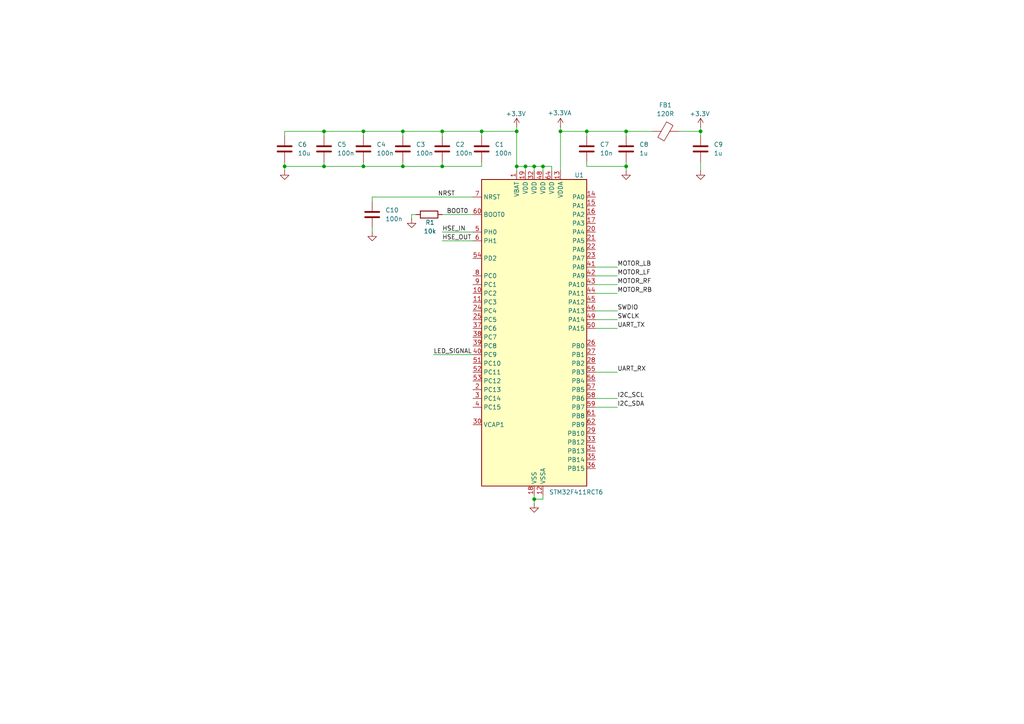
<source format=kicad_sch>
(kicad_sch (version 20250114) (generator "eeschema") (generator_version "9.0")
  (paper "A4")
  (lib_symbols
    (symbol "Device:C" (pin_numbers (hide yes)) (pin_names (offset 0.254))
      (property "Reference" "C" (at 0.635 2.54 0))
      (property "Value" "C" (at 0.635 -2.54 0))
      (symbol "C_0_1"
        (polyline (pts (xy -2.032 0.762) (xy 2.032 0.762)) (stroke (width 0.508)))
        (polyline (pts (xy -2.032 -0.762) (xy 2.032 -0.762)) (stroke (width 0.508)))
      )
      (symbol "C_1_1"
        (pin passive line (at 0 3.81 270) (length 2.794) (name "~") (number "1"))
        (pin passive line (at 0 -3.81 90) (length 2.794) (name "~") (number "2"))
      )
    )
    (symbol "Device:FerriteBead" (pin_numbers (hide yes)) (pin_names (offset 0))
      (property "Reference" "FB" (at -3.81 0.635 90))
      (property "Value" "FerriteBead" (at 3.81 0 90))
      (symbol "FerriteBead_0_1"
        (polyline (pts (xy -2.7686 0.4064) (xy -1.7018 2.2606) (xy 2.7686 -0.3048) (xy 1.6764 -2.159) (xy -2.7686 0.4064)))
        (polyline (pts (xy 0 1.27) (xy 0 1.2954)))
        (polyline (pts (xy 0 -1.27) (xy 0 -1.2192)))
      )
      (symbol "FerriteBead_1_1"
        (pin passive line (at 0 3.81 270) (length 2.54) (name "~") (number "1"))
        (pin passive line (at 0 -3.81 90) (length 2.54) (name "~") (number "2"))
      )
    )
    (symbol "Device:R" (pin_numbers (hide yes)) (pin_names (offset 0))
      (property "Reference" "R" (at 2.032 0 90))
      (property "Value" "R" (at 0 0 90))
      (symbol "R_0_1"
        (rectangle (start -1.016 -2.54) (end 1.016 2.54) (stroke (width 0.254)))
      )
      (symbol "R_1_1"
        (pin passive line (at 0 3.81 270) (length 1.27) (name "~") (number "1"))
        (pin passive line (at 0 -3.81 90) (length 1.27) (name "~") (number "2"))
      )
    )
    (symbol "MCU_ST_STM32F4:STM32F411RCTx"
      (property "Reference" "U" (at -15.24 46.99 0))
      (property "Value" "STM32F411RCTx" (at 10.16 46.99 0))
      (symbol "STM32F411RCTx_0_1"
        (rectangle (start -15.24 -43.18) (end 15.24 45.72) (stroke (width 0.254)) (fill (type background)))
      )
      (symbol "STM32F411RCTx_1_1"
        (pin input line (at -17.78 40.64 0) (length 2.54) (name "NRST") (number "7"))
        (pin input line (at -17.78 35.56 0) (length 2.54) (name "BOOT0") (number "60"))
        (pin bidirectional line (at -17.78 30.48 0) (length 2.54) (name "PH0") (number "5"))
        (pin bidirectional line (at -17.78 27.94 0) (length 2.54) (name "PH1") (number "6"))
        (pin bidirectional line (at -17.78 22.86 0) (length 2.54) (name "PD2") (number "54"))
        (pin bidirectional line (at -17.78 17.78 0) (length 2.54) (name "PC0") (number "8"))
        (pin bidirectional line (at -17.78 15.24 0) (length 2.54) (name "PC1") (number "9"))
        (pin bidirectional line (at -17.78 12.7 0) (length 2.54) (name "PC2") (number "10"))
        (pin bidirectional line (at -17.78 10.16 0) (length 2.54) (name "PC3") (number "11"))
        (pin bidirectional line (at -17.78 7.62 0) (length 2.54) (name "PC4") (number "24"))
        (pin bidirectional line (at -17.78 5.08 0) (length 2.54) (name "PC5") (number "25"))
        (pin bidirectional line (at -17.78 2.54 0) (length 2.54) (name "PC6") (number "37"))
        (pin bidirectional line (at -17.78 0 0) (length 2.54) (name "PC7") (number "38"))
        (pin bidirectional line (at -17.78 -2.54 0) (length 2.54) (name "PC8") (number "39"))
        (pin bidirectional line (at -17.78 -5.08 0) (length 2.54) (name "PC9") (number "40"))
        (pin bidirectional line (at -17.78 -7.62 0) (length 2.54) (name "PC10") (number "51"))
        (pin bidirectional line (at -17.78 -10.16 0) (length 2.54) (name "PC11") (number "52"))
        (pin bidirectional line (at -17.78 -12.7 0) (length 2.54) (name "PC12") (number "53"))
        (pin bidirectional line (at -17.78 -15.24 0) (length 2.54) (name "PC13") (number "2"))
        (pin bidirectional line (at -17.78 -17.78 0) (length 2.54) (name "PC14") (number "3"))
        (pin bidirectional line (at -17.78 -20.32 0) (length 2.54) (name "PC15") (number "4"))
        (pin power_out line (at -17.78 -25.4 0) (length 2.54) (name "VCAP1") (number "30"))
        (pin power_in line (at -5.08 48.26 270) (length 2.54) (name "VBAT") (number "1"))
        (pin power_in line (at -2.54 48.26 270) (length 2.54) (name "VDD") (number "19"))
        (pin power_in line (at 0 48.26 270) (length 2.54) (name "VDD") (number "32"))
        (pin power_in line (at 0 -45.72 90) (length 2.54) (name "VSS") (number "18"))
        (pin passive line (at 0 -45.72 90) (length 2.54) (hide yes) (name "VSS") (number "31"))
        (pin passive line (at 0 -45.72 90) (length 2.54) (hide yes) (name "VSS") (number "47"))
        (pin passive line (at 0 -45.72 90) (length 2.54) (hide yes) (name "VSS") (number "63"))
        (pin power_in line (at 2.54 48.26 270) (length 2.54) (name "VDD") (number "48"))
        (pin power_in line (at 2.54 -45.72 90) (length 2.54) (name "VSSA") (number "12"))
        (pin power_in line (at 5.08 48.26 270) (length 2.54) (name "VDD") (number "64"))
        (pin power_in line (at 7.62 48.26 270) (length 2.54) (name "VDDA") (number "13"))
        (pin bidirectional line (at 17.78 40.64 180) (length 2.54) (name "PA0") (number "14"))
        (pin bidirectional line (at 17.78 38.1 180) (length 2.54) (name "PA1") (number "15"))
        (pin bidirectional line (at 17.78 35.56 180) (length 2.54) (name "PA2") (number "16"))
        (pin bidirectional line (at 17.78 33.02 180) (length 2.54) (name "PA3") (number "17"))
        (pin bidirectional line (at 17.78 30.48 180) (length 2.54) (name "PA4") (number "20"))
        (pin bidirectional line (at 17.78 27.94 180) (length 2.54) (name "PA5") (number "21"))
        (pin bidirectional line (at 17.78 25.4 180) (length 2.54) (name "PA6") (number "22"))
        (pin bidirectional line (at 17.78 22.86 180) (length 2.54) (name "PA7") (number "23"))
        (pin bidirectional line (at 17.78 20.32 180) (length 2.54) (name "PA8") (number "41"))
        (pin bidirectional line (at 17.78 17.78 180) (length 2.54) (name "PA9") (number "42"))
        (pin bidirectional line (at 17.78 15.24 180) (length 2.54) (name "PA10") (number "43"))
        (pin bidirectional line (at 17.78 12.7 180) (length 2.54) (name "PA11") (number "44"))
        (pin bidirectional line (at 17.78 10.16 180) (length 2.54) (name "PA12") (number "45"))
        (pin bidirectional line (at 17.78 7.62 180) (length 2.54) (name "PA13") (number "46"))
        (pin bidirectional line (at 17.78 5.08 180) (length 2.54) (name "PA14") (number "49"))
        (pin bidirectional line (at 17.78 2.54 180) (length 2.54) (name "PA15") (number "50"))
        (pin bidirectional line (at 17.78 -2.54 180) (length 2.54) (name "PB0") (number "26"))
        (pin bidirectional line (at 17.78 -5.08 180) (length 2.54) (name "PB1") (number "27"))
        (pin bidirectional line (at 17.78 -7.62 180) (length 2.54) (name "PB2") (number "28"))
        (pin bidirectional line (at 17.78 -10.16 180) (length 2.54) (name "PB3") (number "55"))
        (pin bidirectional line (at 17.78 -12.7 180) (length 2.54) (name "PB4") (number "56"))
        (pin bidirectional line (at 17.78 -15.24 180) (length 2.54) (name "PB5") (number "57"))
        (pin bidirectional line (at 17.78 -17.78 180) (length 2.54) (name "PB6") (number "58"))
        (pin bidirectional line (at 17.78 -20.32 180) (length 2.54) (name "PB7") (number "59"))
        (pin bidirectional line (at 17.78 -22.86 180) (length 2.54) (name "PB8") (number "61"))
        (pin bidirectional line (at 17.78 -25.4 180) (length 2.54) (name "PB9") (number "62"))
        (pin bidirectional line (at 17.78 -27.94 180) (length 2.54) (name "PB10") (number "29"))
        (pin bidirectional line (at 17.78 -30.48 180) (length 2.54) (name "PB12") (number "33"))
        (pin bidirectional line (at 17.78 -33.02 180) (length 2.54) (name "PB13") (number "34"))
        (pin bidirectional line (at 17.78 -35.56 180) (length 2.54) (name "PB14") (number "35"))
        (pin bidirectional line (at 17.78 -38.1 180) (length 2.54) (name "PB15") (number "36"))
      )
    )
    (symbol "power:+3.3V" (power) (pin_numbers (hide yes)) (pin_names (offset 0) (hide yes))
      (property "Value" "+3.3V" (at 0 3.556 0))
      (symbol "+3.3V_0_1"
        (polyline (pts (xy -0.762 1.27) (xy 0 2.54)))
        (polyline (pts (xy 0 2.54) (xy 0.762 1.27)))
        (polyline (pts (xy 0 0) (xy 0 2.54)))
      )
      (symbol "+3.3V_1_1"
        (pin power_in line (at 0 0 90) (length 0) (name "~") (number "1"))
      )
    )
    (symbol "power:+3.3VA" (power) (pin_numbers (hide yes)) (pin_names (offset 0) (hide yes))
      (property "Value" "+3.3VA" (at 0 3.556 0))
      (symbol "+3.3VA_0_1"
        (polyline (pts (xy -0.762 1.27) (xy 0 2.54)))
        (polyline (pts (xy 0 2.54) (xy 0.762 1.27)))
        (polyline (pts (xy 0 0) (xy 0 2.54)))
      )
      (symbol "+3.3VA_1_1"
        (pin power_in line (at 0 0 90) (length 0) (name "~") (number "1"))
      )
    )
    (symbol "power:GND" (power) (pin_numbers (hide yes)) (pin_names (offset 0) (hide yes))
      (property "Value" "GND" (at 0 -3.81 0))
      (symbol "GND_0_1"
        (polyline (pts (xy 0 0) (xy 0 -1.27) (xy 1.27 -1.27) (xy 0 -2.54) (xy -1.27 -1.27) (xy 0 -1.27)))
      )
      (symbol "GND_1_1"
        (pin power_in line (at 0 0 270) (length 0) (name "~") (number "1"))
      )
    )
  )
  (junction (at 105.41 38.1))
  (junction (at 149.86 48.26))
  (junction (at 181.61 38.1))
  (junction (at 154.94 48.26))
  (junction (at 149.86 38.1))
  (junction (at 128.27 38.1))
  (junction (at 152.4 48.26))
  (junction (at 203.2 38.1))
  (junction (at 154.94 144.78))
  (junction (at 93.98 38.1))
  (junction (at 128.27 48.26))
  (junction (at 82.55 48.26))
  (junction (at 93.98 48.26))
  (junction (at 116.84 48.26))
  (junction (at 170.18 38.1))
  (junction (at 105.41 48.26))
  (junction (at 116.84 38.1))
  (junction (at 181.61 48.26))
  (junction (at 139.7 38.1))
  (junction (at 157.48 48.26))
  (junction (at 162.56 38.1))
  (wire (pts (xy 172.72 80.01) (xy 179.07 80.01)))
  (wire (pts (xy 139.7 46.99) (xy 139.7 48.26)))
  (wire (pts (xy 149.86 48.26) (xy 152.4 48.26)))
  (wire (pts (xy 203.2 39.37) (xy 203.2 38.1)))
  (wire (pts (xy 82.55 38.1) (xy 93.98 38.1)))
  (wire (pts (xy 172.72 85.09) (xy 179.07 85.09)))
  (wire (pts (xy 203.2 46.99) (xy 203.2 49.53)))
  (wire (pts (xy 162.56 38.1) (xy 170.18 38.1)))
  (wire (pts (xy 172.72 90.17) (xy 179.07 90.17)))
  (wire (pts (xy 203.2 36.83) (xy 203.2 38.1)))
  (wire (pts (xy 128.27 38.1) (xy 116.84 38.1)))
  (wire (pts (xy 105.41 38.1) (xy 93.98 38.1)))
  (wire (pts (xy 181.61 48.26) (xy 170.18 48.26)))
  (wire (pts (xy 139.7 48.26) (xy 128.27 48.26)))
  (wire (pts (xy 149.86 38.1) (xy 149.86 48.26)))
  (wire (pts (xy 82.55 48.26) (xy 82.55 49.53)))
  (wire (pts (xy 116.84 46.99) (xy 116.84 48.26)))
  (wire (pts (xy 154.94 48.26) (xy 157.48 48.26)))
  (wire (pts (xy 181.61 38.1) (xy 170.18 38.1)))
  (wire (pts (xy 128.27 62.23) (xy 137.16 62.23)))
  (wire (pts (xy 107.95 57.15) (xy 107.95 58.42)))
  (wire (pts (xy 82.55 48.26) (xy 93.98 48.26)))
  (wire (pts (xy 157.48 48.26) (xy 160.02 48.26)))
  (wire (pts (xy 128.27 69.85) (xy 137.16 69.85)))
  (wire (pts (xy 181.61 48.26) (xy 181.61 49.53)))
  (wire (pts (xy 93.98 48.26) (xy 93.98 46.99)))
  (wire (pts (xy 128.27 67.31) (xy 137.16 67.31)))
  (wire (pts (xy 137.16 57.15) (xy 107.95 57.15)))
  (wire (pts (xy 154.94 143.51) (xy 154.94 144.78)))
  (wire (pts (xy 172.72 118.11) (xy 179.07 118.11)))
  (wire (pts (xy 93.98 38.1) (xy 93.98 39.37)))
  (wire (pts (xy 172.72 77.47) (xy 179.07 77.47)))
  (wire (pts (xy 170.18 38.1) (xy 170.18 39.37)))
  (wire (pts (xy 160.02 48.26) (xy 160.02 49.53)))
  (wire (pts (xy 116.84 48.26) (xy 105.41 48.26)))
  (wire (pts (xy 105.41 48.26) (xy 93.98 48.26)))
  (wire (pts (xy 149.86 36.83) (xy 149.86 38.1)))
  (wire (pts (xy 116.84 38.1) (xy 105.41 38.1)))
  (wire (pts (xy 128.27 48.26) (xy 116.84 48.26)))
  (wire (pts (xy 128.27 38.1) (xy 128.27 39.37)))
  (wire (pts (xy 154.94 144.78) (xy 157.48 144.78)))
  (wire (pts (xy 181.61 38.1) (xy 189.23 38.1)))
  (wire (pts (xy 203.2 38.1) (xy 196.85 38.1)))
  (wire (pts (xy 128.27 46.99) (xy 128.27 48.26)))
  (wire (pts (xy 157.48 144.78) (xy 157.48 143.51)))
  (wire (pts (xy 82.55 39.37) (xy 82.55 38.1)))
  (wire (pts (xy 154.94 144.78) (xy 154.94 146.05)))
  (wire (pts (xy 157.48 48.26) (xy 157.48 49.53)))
  (wire (pts (xy 172.72 92.71) (xy 179.07 92.71)))
  (wire (pts (xy 82.55 46.99) (xy 82.55 48.26)))
  (wire (pts (xy 172.72 82.55) (xy 179.07 82.55)))
  (wire (pts (xy 172.72 95.25) (xy 179.07 95.25)))
  (wire (pts (xy 154.94 48.26) (xy 154.94 49.53)))
  (wire (pts (xy 170.18 46.99) (xy 170.18 48.26)))
  (wire (pts (xy 149.86 48.26) (xy 149.86 49.53)))
  (wire (pts (xy 120.65 62.23) (xy 119.38 62.23)))
  (wire (pts (xy 105.41 38.1) (xy 105.41 39.37)))
  (wire (pts (xy 139.7 38.1) (xy 149.86 38.1)))
  (wire (pts (xy 152.4 48.26) (xy 154.94 48.26)))
  (wire (pts (xy 162.56 38.1) (xy 162.56 49.53)))
  (wire (pts (xy 181.61 46.99) (xy 181.61 48.26)))
  (wire (pts (xy 172.72 107.95) (xy 179.07 107.95)))
  (wire (pts (xy 119.38 62.23) (xy 119.38 63.5)))
  (wire (pts (xy 162.56 36.83) (xy 162.56 38.1)))
  (wire (pts (xy 139.7 38.1) (xy 128.27 38.1)))
  (wire (pts (xy 116.84 38.1) (xy 116.84 39.37)))
  (wire (pts (xy 125.73 102.87) (xy 137.16 102.87)))
  (wire (pts (xy 172.72 115.57) (xy 179.07 115.57)))
  (wire (pts (xy 181.61 39.37) (xy 181.61 38.1)))
  (wire (pts (xy 139.7 39.37) (xy 139.7 38.1)))
  (wire (pts (xy 152.4 48.26) (xy 152.4 49.53)))
  (wire (pts (xy 105.41 46.99) (xy 105.41 48.26)))
  (wire (pts (xy 107.95 66.04) (xy 107.95 67.31)))
  (label "MOTOR_RF" (at 179.07 82.55 0))
  (label "I2C_SCL" (at 179.07 115.57 0))
  (label "HSE_IN" (at 128.27 67.31 0))
  (label "NRST" (at 127 57.15 0))
  (label "MOTOR_LB" (at 179.07 77.47 0))
  (label "MOTOR_LF" (at 179.07 80.01 0))
  (label "I2C_SDA" (at 179.07 118.11 0))
  (label "SWCLK" (at 179.07 92.71 0))
  (label "HSE_OUT" (at 128.27 69.85 0))
  (label "LED_SIGNAL" (at 125.73 102.87 0))
  (label "MOTOR_RB" (at 179.07 85.09 0))
  (label "SWDIO" (at 179.07 90.17 0))
  (label "BOOT0" (at 129.54 62.23 0))
  (label "UART_RX" (at 179.07 107.95 0))
  (label "UART_TX" (at 179.07 95.25 0))
  (symbol (lib_id "Device:FerriteBead") (at 193.04 38.1 90) (unit 1)
    (property "Reference" "FB1" (at 192.9892 30.48 90))
    (property "Value" "120R" (at 192.9892 33.02 90))
    (property "Description" "Ferrite bead" (effects (hide yes)))
  )
  (symbol (lib_id "power:GND") (at 82.55 49.53 0) (unit 1)
    (property "Reference" "#PWR03" (effects (hide yes)))
    (property "Value" "GND" (effects (hide yes)))
    (property "Description" "Power symbol creates a global label with name \"GND\" , ground" (effects (hide yes)))
  )
  (symbol (lib_id "power:GND") (at 154.94 146.05 0) (unit 1)
    (property "Reference" "#PWR01" (effects (hide yes)))
    (property "Value" "GND" (effects (hide yes)))
    (property "Description" "Power symbol creates a global label with name \"GND\" , ground" (effects (hide yes)))
  )
  (symbol (lib_id "Device:C") (at 203.2 43.18 0) (unit 1)
    (property "Reference" "C9" (at 207.01 41.9099 0) (effects (justify left)))
    (property "Value" "1u" (at 207.01 44.4499 0) (effects (justify left)))
    (property "Description" "Unpolarized capacitor" (effects (hide yes)))
  )
  (symbol (lib_id "Device:C") (at 139.7 43.18 0) (unit 1)
    (property "Reference" "C1" (at 143.51 41.9099 0) (effects (justify left)))
    (property "Value" "100n" (at 143.51 44.4499 0) (effects (justify left)))
    (property "Description" "Unpolarized capacitor" (effects (hide yes)))
  )
  (symbol (lib_id "Device:C") (at 82.55 43.18 0) (unit 1)
    (property "Reference" "C6" (at 86.36 41.9099 0) (effects (justify left)))
    (property "Value" "10u" (at 86.36 44.4499 0) (effects (justify left)))
    (property "Description" "Unpolarized capacitor" (effects (hide yes)))
  )
  (symbol (lib_id "power:GND") (at 107.95 67.31 0) (unit 1)
    (property "Reference" "#PWR07" (effects (hide yes)))
    (property "Value" "GND" (effects (hide yes)))
    (property "Description" "Power symbol creates a global label with name \"GND\" , ground" (effects (hide yes)))
  )
  (symbol (lib_id "MCU_ST_STM32F4:STM32F411RCTx") (at 154.94 97.79 0) (unit 1)
    (property "Reference" "U1" (at 166.624 50.8 0) (effects (justify left)))
    (property "Value" "STM32F411RCT6" (at 159.258 142.748 0) (effects (justify left)))
    (property "Footprint" "Package_QFP:LQFP-64_10x10mm_P0.5mm" (effects (hide yes)))
    (property "Datasheet" "https://www.st.com/resource/en/datasheet/stm32f411rc.pdf" (effects (hide yes)))
    (property "Description" "STMicroelectronics Arm Cortex-M4 MCU, 256KB flash, 128KB RAM, 100 MHz, 1.7-3.6V, 50 GPIO, LQFP64" (effects (hide yes)))
  )
  (symbol (lib_id "power:GND") (at 203.2 49.53 0) (unit 1)
    (property "Reference" "#PWR06" (effects (hide yes)))
    (property "Value" "GND" (effects (hide yes)))
    (property "Description" "Power symbol creates a global label with name \"GND\" , ground" (effects (hide yes)))
  )
  (symbol (lib_id "Device:C") (at 105.41 43.18 0) (unit 1)
    (property "Reference" "C4" (at 109.22 41.9099 0) (effects (justify left)))
    (property "Value" "100n" (at 109.22 44.4499 0) (effects (justify left)))
    (property "Description" "Unpolarized capacitor" (effects (hide yes)))
  )
  (symbol (lib_id "Device:C") (at 181.61 43.18 0) (unit 1)
    (property "Reference" "C8" (at 185.42 41.9099 0) (effects (justify left)))
    (property "Value" "1u" (at 185.42 44.4499 0) (effects (justify left)))
    (property "Description" "Unpolarized capacitor" (effects (hide yes)))
  )
  (symbol (lib_id "Device:C") (at 107.95 62.23 0) (unit 1)
    (property "Reference" "C10" (at 111.76 60.9599 0) (effects (justify left)))
    (property "Value" "100n" (at 111.76 63.4999 0) (effects (justify left)))
    (property "Description" "Unpolarized capacitor" (effects (hide yes)))
  )
  (symbol (lib_id "power:+3.3VA") (at 162.56 36.83 0) (unit 1)
    (property "Reference" "#PWR04" (effects (hide yes)))
    (property "Value" "+3.3VA" (at 162.306 32.766 0))
    (property "Description" "Power symbol creates a global label with name \"+3.3VA\"" (effects (hide yes)))
  )
  (symbol (lib_id "power:GND") (at 181.61 49.53 0) (unit 1)
    (property "Reference" "#PWR05" (effects (hide yes)))
    (property "Value" "GND" (effects (hide yes)))
    (property "Description" "Power symbol creates a global label with name \"GND\" , ground" (effects (hide yes)))
  )
  (symbol (lib_id "power:+3.3V") (at 203.2 36.83 0) (unit 1)
    (property "Reference" "#PWR08" (effects (hide yes)))
    (property "Value" "+3.3V" (at 202.946 33.02 0))
    (property "Description" "Power symbol creates a global label with name \"+3.3V\"" (effects (hide yes)))
  )
  (symbol (lib_id "Device:C") (at 170.18 43.18 0) (unit 1)
    (property "Reference" "C7" (at 173.99 41.9099 0) (effects (justify left)))
    (property "Value" "10n" (at 173.99 44.4499 0) (effects (justify left)))
    (property "Description" "Unpolarized capacitor" (effects (hide yes)))
  )
  (symbol (lib_id "Device:C") (at 93.98 43.18 0) (unit 1)
    (property "Reference" "C5" (at 97.79 41.9099 0) (effects (justify left)))
    (property "Value" "100n" (at 97.79 44.4499 0) (effects (justify left)))
    (property "Description" "Unpolarized capacitor" (effects (hide yes)))
  )
  (symbol (lib_id "Device:C") (at 128.27 43.18 0) (unit 1)
    (property "Reference" "C2" (at 132.08 41.9099 0) (effects (justify left)))
    (property "Value" "100n" (at 132.08 44.4499 0) (effects (justify left)))
    (property "Description" "Unpolarized capacitor" (effects (hide yes)))
  )
  (symbol (lib_id "Device:C") (at 116.84 43.18 0) (unit 1)
    (property "Reference" "C3" (at 120.65 41.9099 0) (effects (justify left)))
    (property "Value" "100n" (at 120.65 44.4499 0) (effects (justify left)))
    (property "Description" "Unpolarized capacitor" (effects (hide yes)))
  )
  (symbol (lib_id "Device:R") (at 124.46 62.23 90) (unit 1)
    (property "Reference" "R1" (at 124.714 64.516 90))
    (property "Value" "10k" (at 124.714 67.056 90))
    (property "Description" "Resistor" (effects (hide yes)))
  )
  (symbol (lib_id "power:GND") (at 119.38 63.5 0) (unit 1)
    (property "Reference" "#PWR09" (effects (hide yes)))
    (property "Value" "GND" (effects (hide yes)))
    (property "Description" "Power symbol creates a global label with name \"GND\" , ground" (effects (hide yes)))
  )
  (symbol (lib_id "power:+3.3V") (at 149.86 36.83 0) (unit 1)
    (property "Reference" "#PWR02" (effects (hide yes)))
    (property "Value" "+3.3V" (at 149.606 33.02 0))
    (property "Description" "Power symbol creates a global label with name \"+3.3V\"" (effects (hide yes)))
  )
)
</source>
